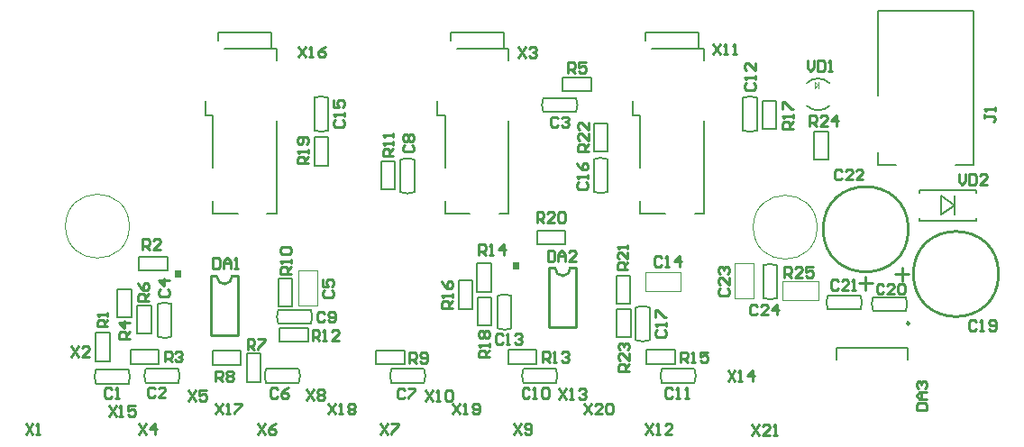
<source format=gto>
G04 Layer_Color=65535*
%FSLAX24Y24*%
%MOIN*%
G70*
G01*
G75*
%ADD10C,0.0079*%
%ADD39C,0.0039*%
%ADD40C,0.0070*%
%ADD41C,0.0100*%
%ADD42C,0.0098*%
%ADD43C,0.0071*%
%ADD44C,0.0050*%
G36*
X26439Y36677D02*
X26189D01*
Y36927D01*
X26439D01*
Y36677D01*
D02*
G37*
G36*
X38949Y36982D02*
X38699D01*
Y37232D01*
X38949D01*
Y36982D01*
D02*
G37*
D10*
X50679Y34075D02*
X53317D01*
Y33642D02*
Y34075D01*
X50679Y33642D02*
Y34075D01*
X53740Y38770D02*
Y38878D01*
Y39803D02*
Y39911D01*
X55827Y38770D02*
Y38878D01*
Y39803D02*
Y39911D01*
X53740Y38770D02*
X55827D01*
X53740Y39911D02*
X55827D01*
X36624Y45138D02*
X38553D01*
X35915Y42657D02*
X36191D01*
Y40748D02*
Y42657D01*
Y39035D02*
Y39488D01*
Y39035D02*
X37116D01*
X38553Y44685D02*
Y45138D01*
Y39035D02*
Y42480D01*
X38199Y39035D02*
X38553D01*
X35915Y42657D02*
Y43189D01*
X38356Y45138D02*
Y45728D01*
X36388D02*
X38356D01*
X36388Y45433D02*
Y45728D01*
X43848Y45138D02*
X45778D01*
X43140Y42657D02*
X43415D01*
Y40748D02*
Y42657D01*
Y39035D02*
Y39488D01*
Y39035D02*
X44341D01*
X45778Y44685D02*
Y45138D01*
Y39035D02*
Y42480D01*
X45423Y39035D02*
X45778D01*
X43140Y42657D02*
Y43189D01*
X45581Y45138D02*
Y45728D01*
X43612D02*
X45581D01*
X43612Y45433D02*
Y45728D01*
X28031Y45138D02*
X29961D01*
X27323Y42657D02*
X27598D01*
Y40748D02*
Y42657D01*
Y39035D02*
Y39488D01*
Y39035D02*
X28524D01*
X29961Y44685D02*
Y45138D01*
Y39035D02*
Y42480D01*
X29606Y39035D02*
X29961D01*
X27323Y42657D02*
Y43189D01*
X29764Y45138D02*
Y45728D01*
X27795D02*
X29764D01*
X27795Y45433D02*
Y45728D01*
D39*
X24520Y38569D02*
G03*
X24520Y38569I-1181J0D01*
G01*
X49953Y38530D02*
G03*
X49953Y38530I-1181J0D01*
G01*
X31486Y35620D02*
Y36919D01*
X30778Y35620D02*
Y36919D01*
X31486D01*
X30778Y35620D02*
X31486D01*
X43593Y36880D02*
X44892D01*
X43593Y36171D02*
X44892D01*
X43593D02*
Y36880D01*
X44892Y36171D02*
Y36880D01*
X48673Y35831D02*
X49988D01*
X48673Y36532D02*
X49988D01*
X48673Y35831D02*
Y36532D01*
X49988Y35831D02*
Y36532D01*
X50020Y43681D02*
Y43917D01*
X49862Y43681D02*
Y43917D01*
X49980Y43799D01*
X49862Y43681D02*
X49980Y43799D01*
X46890Y37205D02*
X47598D01*
X46890Y35906D02*
X47598D01*
Y37205D01*
X46890Y35906D02*
Y37205D01*
D40*
X23285Y33258D02*
G03*
X23284Y32747I608J-256D01*
G01*
X24492D02*
G03*
X24492Y33258I-609J255D01*
G01*
X26331Y32776D02*
G03*
X26332Y33286I-608J256D01*
G01*
X25124D02*
G03*
X25125Y32776I609J-255D01*
G01*
X41036Y42795D02*
G03*
X41037Y43306I-608J256D01*
G01*
X39829D02*
G03*
X39829Y42795I609J-255D01*
G01*
X26083Y35692D02*
G03*
X25572Y35692I-256J-608D01*
G01*
Y34484D02*
G03*
X26083Y34485I255J609D01*
G01*
X30780Y32776D02*
G03*
X30781Y33286I-608J256D01*
G01*
X29573D02*
G03*
X29573Y32776I609J-255D01*
G01*
X35416D02*
G03*
X35417Y33286I-608J256D01*
G01*
X34209D02*
G03*
X34209Y32776I609J-255D01*
G01*
X35059Y41036D02*
G03*
X34548Y41037I-256J-608D01*
G01*
Y39829D02*
G03*
X35059Y39829I255J609D01*
G01*
X30027Y35472D02*
G03*
X30026Y34962I608J-256D01*
G01*
X31234D02*
G03*
X31234Y35472I-609J255D01*
G01*
X40298Y32776D02*
G03*
X40298Y33286I-608J256D01*
G01*
X39091D02*
G03*
X39091Y32776I609J-255D01*
G01*
X45416D02*
G03*
X45417Y33286I-608J256D01*
G01*
X44209D02*
G03*
X44209Y32776I609J-255D01*
G01*
X47215Y42113D02*
G03*
X47725Y42113I256J608D01*
G01*
Y43321D02*
G03*
X47215Y43320I-255J-609D01*
G01*
X38651Y35997D02*
G03*
X38141Y35997I-256J-608D01*
G01*
Y34789D02*
G03*
X38651Y34790I255J609D01*
G01*
X31870Y43320D02*
G03*
X31359Y43320I-256J-608D01*
G01*
Y42112D02*
G03*
X31870Y42113I255J609D01*
G01*
X42205Y41046D02*
G03*
X41694Y41046I-256J-608D01*
G01*
Y39839D02*
G03*
X42205Y39839I255J609D01*
G01*
X43760Y35564D02*
G03*
X43249Y35564I-256J-608D01*
G01*
Y34356D02*
G03*
X43760Y34357I255J609D01*
G01*
X52025Y35945D02*
G03*
X52024Y35434I608J-256D01*
G01*
X53232D02*
G03*
X53232Y35945I-609J255D01*
G01*
X51558Y35492D02*
G03*
X51558Y36003I-608J256D01*
G01*
X50350D02*
G03*
X50351Y35492I609J-255D01*
G01*
X48464Y37119D02*
G03*
X47954Y37119I-256J-608D01*
G01*
Y35912D02*
G03*
X48464Y35912I255J609D01*
G01*
X23288Y32747D02*
X24488D01*
X23287Y33258D02*
X24488D01*
X25128Y33286D02*
X26328D01*
X25128Y32776D02*
X26329D01*
X39833Y43306D02*
X41033D01*
X39833Y42795D02*
X41033D01*
X25572Y34488D02*
Y35688D01*
X26083Y34488D02*
Y35689D01*
X29577Y33286D02*
X30777D01*
X29577Y32776D02*
X30778D01*
X34213Y33286D02*
X35413D01*
X34213Y32776D02*
X35413D01*
X34548Y39833D02*
Y41033D01*
X35059Y39833D02*
Y41033D01*
X30030Y34962D02*
X31230D01*
X30030Y35472D02*
X31230D01*
X39095Y33286D02*
X40295D01*
X39094Y32776D02*
X40295D01*
X44213Y33286D02*
X45413D01*
X44213Y32776D02*
X45413D01*
X47725Y42117D02*
Y43317D01*
X47215Y42116D02*
Y43317D01*
X38141Y34793D02*
Y35993D01*
X38652Y34793D02*
Y35994D01*
X31359Y42116D02*
Y43316D01*
X31870Y42116D02*
Y43317D01*
X41694Y39843D02*
Y41043D01*
X42205Y39843D02*
Y41043D01*
X43249Y34360D02*
Y35560D01*
X43760Y34360D02*
Y35561D01*
X52028Y35434D02*
X53228D01*
X52028Y35945D02*
X53228D01*
X50354Y36003D02*
X51554D01*
X50354Y35492D02*
X51555D01*
X47954Y35915D02*
Y37115D01*
X48465Y35915D02*
Y37116D01*
X23278Y33583D02*
X23789D01*
X23278Y34626D02*
X23789D01*
Y33583D02*
Y34626D01*
X23278Y33583D02*
Y34626D01*
X24882Y36919D02*
Y37431D01*
X25925Y36919D02*
Y37431D01*
X24882Y36919D02*
X25925D01*
X24882Y37431D02*
X25925D01*
X25610Y33474D02*
Y33986D01*
X24567Y33474D02*
Y33986D01*
X25610D01*
X24567Y33474D02*
X25610D01*
X24085Y36240D02*
X24596D01*
X24085Y35197D02*
X24596D01*
X24085D02*
Y36240D01*
X24596Y35197D02*
Y36240D01*
X41594Y43553D02*
Y44065D01*
X40551Y43553D02*
Y44065D01*
X41594D01*
X40551Y43553D02*
X41594D01*
X24813Y35630D02*
X25325D01*
X24813Y34587D02*
X25325D01*
X24813D02*
Y35630D01*
X25325Y34587D02*
Y35630D01*
X28858Y32815D02*
X29370D01*
X28858Y33858D02*
X29370D01*
Y32815D02*
Y33858D01*
X28858Y32815D02*
Y33858D01*
X28632Y33445D02*
Y33957D01*
X27589Y33445D02*
Y33957D01*
X28632D01*
X27589Y33445D02*
X28632D01*
X34695Y33465D02*
Y33976D01*
X33652Y33465D02*
Y33976D01*
X34695D01*
X33652Y33465D02*
X34695D01*
X30030Y36644D02*
X30541D01*
X30030Y35600D02*
X30541D01*
X30030D02*
Y36644D01*
X30541Y35600D02*
Y36644D01*
X33839Y39941D02*
X34350D01*
X33839Y40984D02*
X34350D01*
Y39941D02*
Y40984D01*
X33839Y39941D02*
Y40984D01*
X30079Y34291D02*
Y34803D01*
X31122Y34291D02*
Y34803D01*
X30079Y34291D02*
X31122D01*
X30079Y34803D02*
X31122D01*
X39577Y33474D02*
Y33986D01*
X38533Y33474D02*
Y33986D01*
X39577D01*
X38533Y33474D02*
X39577D01*
X37382Y36142D02*
X37894D01*
X37382Y37185D02*
X37894D01*
Y36142D02*
Y37185D01*
X37382Y36142D02*
Y37185D01*
X44695Y33474D02*
Y33986D01*
X43652Y33474D02*
Y33986D01*
X44695D01*
X43652Y33474D02*
X44695D01*
X36693Y36555D02*
X37205D01*
X36693Y35512D02*
X37205D01*
X36693D02*
Y36555D01*
X37205Y35512D02*
Y36555D01*
X47923Y43209D02*
X48435D01*
X47923Y42165D02*
X48435D01*
X47923D02*
Y43209D01*
X48435Y42165D02*
Y43209D01*
X37392Y35945D02*
X37904D01*
X37392Y34902D02*
X37904D01*
X37392D02*
Y35945D01*
X37904Y34902D02*
Y35945D01*
X31358Y41860D02*
X31870D01*
X31358Y40817D02*
X31870D01*
X31358D02*
Y41860D01*
X31870Y40817D02*
Y41860D01*
X39596Y37894D02*
Y38406D01*
X40640Y37894D02*
Y38406D01*
X39596Y37894D02*
X40640D01*
X39596Y38406D02*
X40640D01*
X42539Y36742D02*
X43051D01*
X42539Y35699D02*
X43051D01*
X42539D02*
Y36742D01*
X43051Y35699D02*
Y36742D01*
X41693Y42362D02*
X42205D01*
X41693Y41319D02*
X42205D01*
X41693D02*
Y42362D01*
X42205Y41319D02*
Y42362D01*
X42549Y35512D02*
X43061D01*
X42549Y34469D02*
X43061D01*
X42549D02*
Y35512D01*
X43061Y34469D02*
Y35512D01*
X49852Y41033D02*
X50364D01*
X49852Y42077D02*
X50364D01*
Y41033D02*
Y42077D01*
X49852Y41033D02*
Y42077D01*
D41*
X56663Y36801D02*
G03*
X56663Y36801I-1575J0D01*
G01*
X53327Y38455D02*
G03*
X53327Y38455I-1575J0D01*
G01*
X27758Y36707D02*
G03*
X28316Y36726I280J0D01*
G01*
X40268Y37012D02*
G03*
X40826Y37031I280J0D01*
G01*
X53089Y36551D02*
Y37051D01*
X52839Y36801D02*
X53339D01*
X51502Y36455D02*
X52002D01*
X51752Y36205D02*
Y36705D01*
X27539Y36727D02*
X27739D01*
X28339D02*
X28539D01*
X27539Y34527D02*
X28539D01*
X27539D02*
Y36727D01*
X28539Y34527D02*
Y36727D01*
X40049Y37032D02*
X40249D01*
X40849D02*
X41049D01*
X40049Y34832D02*
X41049D01*
X40049D02*
Y37032D01*
X41049Y34832D02*
Y37032D01*
X56142Y42713D02*
Y42582D01*
Y42648D01*
X56470D01*
X56535Y42582D01*
Y42516D01*
X56470Y42451D01*
X56535Y42844D02*
Y42976D01*
Y42910D01*
X56142D01*
X56207Y42844D01*
X47539Y31240D02*
X47802Y30846D01*
Y31240D02*
X47539Y30846D01*
X48195D02*
X47933D01*
X48195Y31109D01*
Y31174D01*
X48130Y31240D01*
X47999D01*
X47933Y31174D01*
X48327Y30846D02*
X48458D01*
X48392D01*
Y31240D01*
X48327Y31174D01*
X41339Y32013D02*
X41601Y31620D01*
Y32013D02*
X41339Y31620D01*
X41995D02*
X41732D01*
X41995Y31882D01*
Y31948D01*
X41929Y32013D01*
X41798D01*
X41732Y31948D01*
X42126D02*
X42191Y32013D01*
X42323D01*
X42388Y31948D01*
Y31685D01*
X42323Y31620D01*
X42191D01*
X42126Y31685D01*
Y31948D01*
X36476Y32013D02*
X36739Y31620D01*
Y32013D02*
X36476Y31620D01*
X36870D02*
X37001D01*
X36936D01*
Y32013D01*
X36870Y31948D01*
X37198Y31685D02*
X37264Y31620D01*
X37395D01*
X37460Y31685D01*
Y31948D01*
X37395Y32013D01*
X37264D01*
X37198Y31948D01*
Y31882D01*
X37264Y31816D01*
X37460D01*
X31870Y32013D02*
X32132Y31620D01*
Y32013D02*
X31870Y31620D01*
X32264D02*
X32395D01*
X32329D01*
Y32013D01*
X32264Y31948D01*
X32592D02*
X32657Y32013D01*
X32788D01*
X32854Y31948D01*
Y31882D01*
X32788Y31816D01*
X32854Y31751D01*
Y31685D01*
X32788Y31620D01*
X32657D01*
X32592Y31685D01*
Y31751D01*
X32657Y31816D01*
X32592Y31882D01*
Y31948D01*
X32657Y31816D02*
X32788D01*
X27698Y32013D02*
X27960Y31620D01*
Y32013D02*
X27698Y31620D01*
X28091D02*
X28223D01*
X28157D01*
Y32013D01*
X28091Y31948D01*
X28419Y32013D02*
X28682D01*
Y31948D01*
X28419Y31685D01*
Y31620D01*
X30778Y45216D02*
X31040Y44823D01*
Y45216D02*
X30778Y44823D01*
X31171D02*
X31302D01*
X31237D01*
Y45216D01*
X31171Y45151D01*
X31761Y45216D02*
X31630Y45151D01*
X31499Y45020D01*
Y44888D01*
X31565Y44823D01*
X31696D01*
X31761Y44888D01*
Y44954D01*
X31696Y45020D01*
X31499D01*
X23760Y31929D02*
X24022Y31535D01*
Y31929D02*
X23760Y31535D01*
X24153D02*
X24285D01*
X24219D01*
Y31929D01*
X24153Y31863D01*
X24744Y31929D02*
X24481D01*
Y31732D01*
X24613Y31798D01*
X24678D01*
X24744Y31732D01*
Y31601D01*
X24678Y31535D01*
X24547D01*
X24481Y31601D01*
X46654Y33228D02*
X46916Y32835D01*
Y33228D02*
X46654Y32835D01*
X47047D02*
X47178D01*
X47113D01*
Y33228D01*
X47047Y33163D01*
X47572Y32835D02*
Y33228D01*
X47375Y33031D01*
X47637D01*
X40413Y32569D02*
X40676Y32175D01*
Y32569D02*
X40413Y32175D01*
X40807D02*
X40938D01*
X40873D01*
Y32569D01*
X40807Y32503D01*
X41135D02*
X41201Y32569D01*
X41332D01*
X41397Y32503D01*
Y32438D01*
X41332Y32372D01*
X41266D01*
X41332D01*
X41397Y32306D01*
Y32241D01*
X41332Y32175D01*
X41201D01*
X41135Y32241D01*
X43602Y31270D02*
X43865Y30876D01*
Y31270D02*
X43602Y30876D01*
X43996D02*
X44127D01*
X44062D01*
Y31270D01*
X43996Y31204D01*
X44586Y30876D02*
X44324D01*
X44586Y31138D01*
Y31204D01*
X44521Y31270D01*
X44390D01*
X44324Y31204D01*
X46112Y45315D02*
X46375Y44921D01*
Y45315D02*
X46112Y44921D01*
X46506D02*
X46637D01*
X46571D01*
Y45315D01*
X46506Y45249D01*
X46834Y44921D02*
X46965D01*
X46899D01*
Y45315D01*
X46834Y45249D01*
X35482Y32510D02*
X35745Y32116D01*
Y32510D02*
X35482Y32116D01*
X35876D02*
X36007D01*
X35941D01*
Y32510D01*
X35876Y32444D01*
X36204D02*
X36269Y32510D01*
X36401D01*
X36466Y32444D01*
Y32182D01*
X36401Y32116D01*
X36269D01*
X36204Y32182D01*
Y32444D01*
X38730Y31270D02*
X38993Y30876D01*
Y31270D02*
X38730Y30876D01*
X39124Y30942D02*
X39189Y30876D01*
X39321D01*
X39386Y30942D01*
Y31204D01*
X39321Y31270D01*
X39189D01*
X39124Y31204D01*
Y31138D01*
X39189Y31073D01*
X39386D01*
X31073Y32529D02*
X31335Y32136D01*
Y32529D02*
X31073Y32136D01*
X31466Y32464D02*
X31532Y32529D01*
X31663D01*
X31729Y32464D01*
Y32398D01*
X31663Y32333D01*
X31729Y32267D01*
Y32201D01*
X31663Y32136D01*
X31532D01*
X31466Y32201D01*
Y32267D01*
X31532Y32333D01*
X31466Y32398D01*
Y32464D01*
X31532Y32333D02*
X31663D01*
X33809Y31270D02*
X34071Y30876D01*
Y31270D02*
X33809Y30876D01*
X34203Y31270D02*
X34465D01*
Y31204D01*
X34203Y30942D01*
Y30876D01*
X29272Y31270D02*
X29534Y30876D01*
Y31270D02*
X29272Y30876D01*
X29928Y31270D02*
X29796Y31204D01*
X29665Y31073D01*
Y30942D01*
X29731Y30876D01*
X29862D01*
X29928Y30942D01*
Y31007D01*
X29862Y31073D01*
X29665D01*
X26713Y32490D02*
X26975Y32096D01*
Y32490D02*
X26713Y32096D01*
X27369Y32490D02*
X27106D01*
Y32293D01*
X27237Y32359D01*
X27303D01*
X27369Y32293D01*
Y32162D01*
X27303Y32096D01*
X27172D01*
X27106Y32162D01*
X24882Y31270D02*
X25144Y30876D01*
Y31270D02*
X24882Y30876D01*
X25472D02*
Y31270D01*
X25275Y31073D01*
X25538D01*
X38907Y45197D02*
X39170Y44803D01*
Y45197D02*
X38907Y44803D01*
X39301Y45131D02*
X39367Y45197D01*
X39498D01*
X39563Y45131D01*
Y45066D01*
X39498Y45000D01*
X39432D01*
X39498D01*
X39563Y44934D01*
Y44869D01*
X39498Y44803D01*
X39367D01*
X39301Y44869D01*
X22382Y34124D02*
X22644Y33730D01*
Y34124D02*
X22382Y33730D01*
X23038D02*
X22775D01*
X23038Y33993D01*
Y34058D01*
X22972Y34124D01*
X22841D01*
X22775Y34058D01*
X20689Y31270D02*
X20951Y30876D01*
Y31270D02*
X20689Y30876D01*
X21083D02*
X21214D01*
X21148D01*
Y31270D01*
X21083Y31204D01*
X55187Y40512D02*
Y40249D01*
X55318Y40118D01*
X55449Y40249D01*
Y40512D01*
X55581D02*
Y40118D01*
X55777D01*
X55843Y40184D01*
Y40446D01*
X55777Y40512D01*
X55581D01*
X56237Y40118D02*
X55974D01*
X56237Y40380D01*
Y40446D01*
X56171Y40512D01*
X56040D01*
X55974Y40446D01*
X49587Y44695D02*
Y44432D01*
X49718Y44301D01*
X49849Y44432D01*
Y44695D01*
X49980D02*
Y44301D01*
X50177D01*
X50243Y44367D01*
Y44629D01*
X50177Y44695D01*
X49980D01*
X50374Y44301D02*
X50505D01*
X50439D01*
Y44695D01*
X50374Y44629D01*
X48750Y36663D02*
Y37057D01*
X48947D01*
X49012Y36991D01*
Y36860D01*
X48947Y36795D01*
X48750D01*
X48881D02*
X49012Y36663D01*
X49406D02*
X49144D01*
X49406Y36926D01*
Y36991D01*
X49340Y37057D01*
X49209D01*
X49144Y36991D01*
X49800Y37057D02*
X49537D01*
Y36860D01*
X49668Y36926D01*
X49734D01*
X49800Y36860D01*
Y36729D01*
X49734Y36663D01*
X49603D01*
X49537Y36729D01*
X49675Y42274D02*
Y42667D01*
X49872D01*
X49938Y42602D01*
Y42470D01*
X49872Y42405D01*
X49675D01*
X49806D02*
X49938Y42274D01*
X50331D02*
X50069D01*
X50331Y42536D01*
Y42602D01*
X50266Y42667D01*
X50134D01*
X50069Y42602D01*
X50659Y42274D02*
Y42667D01*
X50462Y42470D01*
X50725D01*
X42992Y33199D02*
X42599D01*
Y33396D01*
X42664Y33461D01*
X42795D01*
X42861Y33396D01*
Y33199D01*
Y33330D02*
X42992Y33461D01*
Y33855D02*
Y33592D01*
X42730Y33855D01*
X42664D01*
X42599Y33789D01*
Y33658D01*
X42664Y33592D01*
Y33986D02*
X42599Y34052D01*
Y34183D01*
X42664Y34248D01*
X42730D01*
X42795Y34183D01*
Y34117D01*
Y34183D01*
X42861Y34248D01*
X42927D01*
X42992Y34183D01*
Y34052D01*
X42927Y33986D01*
X41496Y41348D02*
X41102D01*
Y41545D01*
X41168Y41611D01*
X41299D01*
X41365Y41545D01*
Y41348D01*
Y41480D02*
X41496Y41611D01*
Y42004D02*
Y41742D01*
X41234Y42004D01*
X41168D01*
X41102Y41939D01*
Y41808D01*
X41168Y41742D01*
X41496Y42398D02*
Y42136D01*
X41234Y42398D01*
X41168D01*
X41102Y42332D01*
Y42201D01*
X41168Y42136D01*
X42953Y36959D02*
X42559D01*
Y37155D01*
X42625Y37221D01*
X42756D01*
X42822Y37155D01*
Y36959D01*
Y37090D02*
X42953Y37221D01*
Y37615D02*
Y37352D01*
X42690Y37615D01*
X42625D01*
X42559Y37549D01*
Y37418D01*
X42625Y37352D01*
X42953Y37746D02*
Y37877D01*
Y37811D01*
X42559D01*
X42625Y37746D01*
X39587Y38711D02*
Y39104D01*
X39783D01*
X39849Y39039D01*
Y38907D01*
X39783Y38842D01*
X39587D01*
X39718D02*
X39849Y38711D01*
X40243D02*
X39980D01*
X40243Y38973D01*
Y39039D01*
X40177Y39104D01*
X40046D01*
X39980Y39039D01*
X40374D02*
X40439Y39104D01*
X40571D01*
X40636Y39039D01*
Y38776D01*
X40571Y38711D01*
X40439D01*
X40374Y38776D01*
Y39039D01*
X31122Y40886D02*
X30728D01*
Y41083D01*
X30794Y41148D01*
X30925D01*
X30991Y41083D01*
Y40886D01*
Y41017D02*
X31122Y41148D01*
Y41279D02*
Y41411D01*
Y41345D01*
X30728D01*
X30794Y41279D01*
X31056Y41607D02*
X31122Y41673D01*
Y41804D01*
X31056Y41870D01*
X30794D01*
X30728Y41804D01*
Y41673D01*
X30794Y41607D01*
X30860D01*
X30925Y41673D01*
Y41870D01*
X37835Y33720D02*
X37441D01*
Y33917D01*
X37507Y33983D01*
X37638D01*
X37703Y33917D01*
Y33720D01*
Y33852D02*
X37835Y33983D01*
Y34114D02*
Y34245D01*
Y34180D01*
X37441D01*
X37507Y34114D01*
Y34442D02*
X37441Y34508D01*
Y34639D01*
X37507Y34704D01*
X37572D01*
X37638Y34639D01*
X37703Y34704D01*
X37769D01*
X37835Y34639D01*
Y34508D01*
X37769Y34442D01*
X37703D01*
X37638Y34508D01*
X37572Y34442D01*
X37507D01*
X37638Y34508D02*
Y34639D01*
X49075Y42175D02*
X48681D01*
Y42372D01*
X48747Y42438D01*
X48878D01*
X48944Y42372D01*
Y42175D01*
Y42306D02*
X49075Y42438D01*
Y42569D02*
Y42700D01*
Y42634D01*
X48681D01*
X48747Y42569D01*
X48681Y42897D02*
Y43159D01*
X48747D01*
X49009Y42897D01*
X49075D01*
X36467Y35541D02*
X36073D01*
Y35738D01*
X36139Y35804D01*
X36270D01*
X36335Y35738D01*
Y35541D01*
Y35673D02*
X36467Y35804D01*
Y35935D02*
Y36066D01*
Y36001D01*
X36073D01*
X36139Y35935D01*
X36073Y36525D02*
X36139Y36394D01*
X36270Y36263D01*
X36401D01*
X36467Y36328D01*
Y36460D01*
X36401Y36525D01*
X36335D01*
X36270Y36460D01*
Y36263D01*
X44911Y33524D02*
Y33917D01*
X45108D01*
X45174Y33852D01*
Y33720D01*
X45108Y33655D01*
X44911D01*
X45043D02*
X45174Y33524D01*
X45305D02*
X45436D01*
X45371D01*
Y33917D01*
X45305Y33852D01*
X45895Y33917D02*
X45633D01*
Y33720D01*
X45764Y33786D01*
X45830D01*
X45895Y33720D01*
Y33589D01*
X45830Y33524D01*
X45699D01*
X45633Y33589D01*
X37443Y37518D02*
Y37912D01*
X37640D01*
X37705Y37846D01*
Y37715D01*
X37640Y37650D01*
X37443D01*
X37574D02*
X37705Y37518D01*
X37836D02*
X37968D01*
X37902D01*
Y37912D01*
X37836Y37846D01*
X38361Y37518D02*
Y37912D01*
X38164Y37715D01*
X38427D01*
X39793Y33533D02*
Y33927D01*
X39990D01*
X40056Y33861D01*
Y33730D01*
X39990Y33665D01*
X39793D01*
X39924D02*
X40056Y33533D01*
X40187D02*
X40318D01*
X40252D01*
Y33927D01*
X40187Y33861D01*
X40515D02*
X40580Y33927D01*
X40712D01*
X40777Y33861D01*
Y33796D01*
X40712Y33730D01*
X40646D01*
X40712D01*
X40777Y33665D01*
Y33599D01*
X40712Y33533D01*
X40580D01*
X40515Y33599D01*
X31289Y34341D02*
Y34734D01*
X31486D01*
X31552Y34669D01*
Y34537D01*
X31486Y34472D01*
X31289D01*
X31421D02*
X31552Y34341D01*
X31683D02*
X31814D01*
X31749D01*
Y34734D01*
X31683Y34669D01*
X32273Y34341D02*
X32011D01*
X32273Y34603D01*
Y34669D01*
X32208Y34734D01*
X32077D01*
X32011Y34669D01*
X34281Y41161D02*
X33888D01*
Y41358D01*
X33954Y41424D01*
X34085D01*
X34150Y41358D01*
Y41161D01*
Y41293D02*
X34281Y41424D01*
Y41555D02*
Y41686D01*
Y41621D01*
X33888D01*
X33954Y41555D01*
X34281Y41883D02*
Y42014D01*
Y41949D01*
X33888D01*
X33954Y41883D01*
X30492Y36801D02*
X30099D01*
Y36998D01*
X30164Y37064D01*
X30295D01*
X30361Y36998D01*
Y36801D01*
Y36932D02*
X30492Y37064D01*
Y37195D02*
Y37326D01*
Y37260D01*
X30099D01*
X30164Y37195D01*
Y37523D02*
X30099Y37588D01*
Y37720D01*
X30164Y37785D01*
X30427D01*
X30492Y37720D01*
Y37588D01*
X30427Y37523D01*
X30164D01*
X34872Y33504D02*
Y33898D01*
X35069D01*
X35134Y33832D01*
Y33701D01*
X35069Y33635D01*
X34872D01*
X35003D02*
X35134Y33504D01*
X35266Y33570D02*
X35331Y33504D01*
X35462D01*
X35528Y33570D01*
Y33832D01*
X35462Y33898D01*
X35331D01*
X35266Y33832D01*
Y33766D01*
X35331Y33701D01*
X35528D01*
X27717Y32825D02*
Y33218D01*
X27913D01*
X27979Y33153D01*
Y33022D01*
X27913Y32956D01*
X27717D01*
X27848D02*
X27979Y32825D01*
X28110Y33153D02*
X28176Y33218D01*
X28307D01*
X28372Y33153D01*
Y33087D01*
X28307Y33022D01*
X28372Y32956D01*
Y32890D01*
X28307Y32825D01*
X28176D01*
X28110Y32890D01*
Y32956D01*
X28176Y33022D01*
X28110Y33087D01*
Y33153D01*
X28176Y33022D02*
X28307D01*
X28888Y34006D02*
Y34399D01*
X29085D01*
X29150Y34334D01*
Y34203D01*
X29085Y34137D01*
X28888D01*
X29019D02*
X29150Y34006D01*
X29281Y34399D02*
X29544D01*
Y34334D01*
X29281Y34072D01*
Y34006D01*
X25246Y35817D02*
X24852D01*
Y36014D01*
X24918Y36079D01*
X25049D01*
X25115Y36014D01*
Y35817D01*
Y35948D02*
X25246Y36079D01*
X24852Y36473D02*
X24918Y36342D01*
X25049Y36210D01*
X25180D01*
X25246Y36276D01*
Y36407D01*
X25180Y36473D01*
X25115D01*
X25049Y36407D01*
Y36210D01*
X40748Y44232D02*
Y44626D01*
X40945D01*
X41010Y44560D01*
Y44429D01*
X40945Y44363D01*
X40748D01*
X40879D02*
X41010Y44232D01*
X41404Y44626D02*
X41142D01*
Y44429D01*
X41273Y44495D01*
X41338D01*
X41404Y44429D01*
Y44298D01*
X41338Y44232D01*
X41207D01*
X41142Y44298D01*
X24537Y34400D02*
X24144D01*
Y34596D01*
X24209Y34662D01*
X24341D01*
X24406Y34596D01*
Y34400D01*
Y34531D02*
X24537Y34662D01*
Y34990D02*
X24144D01*
X24341Y34793D01*
Y35056D01*
X25827Y33553D02*
Y33947D01*
X26024D01*
X26089Y33881D01*
Y33750D01*
X26024Y33684D01*
X25827D01*
X25958D02*
X26089Y33553D01*
X26220Y33881D02*
X26286Y33947D01*
X26417D01*
X26483Y33881D01*
Y33816D01*
X26417Y33750D01*
X26352D01*
X26417D01*
X26483Y33684D01*
Y33619D01*
X26417Y33553D01*
X26286D01*
X26220Y33619D01*
X25000Y37697D02*
Y38090D01*
X25197D01*
X25262Y38025D01*
Y37894D01*
X25197Y37828D01*
X25000D01*
X25131D02*
X25262Y37697D01*
X25656D02*
X25394D01*
X25656Y37959D01*
Y38025D01*
X25590Y38090D01*
X25459D01*
X25394Y38025D01*
X23720Y34852D02*
X23327D01*
Y35049D01*
X23392Y35115D01*
X23524D01*
X23589Y35049D01*
Y34852D01*
Y34984D02*
X23720Y35115D01*
Y35246D02*
Y35377D01*
Y35312D01*
X23327D01*
X23392Y35246D01*
X53622Y31772D02*
X54016D01*
Y31968D01*
X53950Y32034D01*
X53688D01*
X53622Y31968D01*
Y31772D01*
X54016Y32165D02*
X53753D01*
X53622Y32296D01*
X53753Y32428D01*
X54016D01*
X53819D01*
Y32165D01*
X53688Y32559D02*
X53622Y32624D01*
Y32756D01*
X53688Y32821D01*
X53753D01*
X53819Y32756D01*
Y32690D01*
Y32756D01*
X53885Y32821D01*
X53950D01*
X54016Y32756D01*
Y32624D01*
X53950Y32559D01*
X39990Y37657D02*
Y37264D01*
X40187D01*
X40253Y37329D01*
Y37592D01*
X40187Y37657D01*
X39990D01*
X40384Y37264D02*
Y37526D01*
X40515Y37657D01*
X40646Y37526D01*
Y37264D01*
Y37461D01*
X40384D01*
X41040Y37264D02*
X40777D01*
X41040Y37526D01*
Y37592D01*
X40974Y37657D01*
X40843D01*
X40777Y37592D01*
X27608Y37401D02*
Y37008D01*
X27805D01*
X27871Y37073D01*
Y37336D01*
X27805Y37401D01*
X27608D01*
X28002Y37008D02*
Y37270D01*
X28133Y37401D01*
X28264Y37270D01*
Y37008D01*
Y37205D01*
X28002D01*
X28395Y37008D02*
X28527D01*
X28461D01*
Y37401D01*
X28395Y37336D01*
X47743Y35613D02*
X47677Y35679D01*
X47546D01*
X47480Y35613D01*
Y35351D01*
X47546Y35285D01*
X47677D01*
X47743Y35351D01*
X48136Y35285D02*
X47874D01*
X48136Y35548D01*
Y35613D01*
X48071Y35679D01*
X47939D01*
X47874Y35613D01*
X48464Y35285D02*
Y35679D01*
X48267Y35482D01*
X48530D01*
X50863Y40613D02*
X50797Y40679D01*
X50666D01*
X50600Y40613D01*
Y40351D01*
X50666Y40285D01*
X50797D01*
X50863Y40351D01*
X51256Y40285D02*
X50994D01*
X51256Y40548D01*
Y40613D01*
X51191Y40679D01*
X51060D01*
X50994Y40613D01*
X51650Y40285D02*
X51388D01*
X51650Y40548D01*
Y40613D01*
X51584Y40679D01*
X51453D01*
X51388Y40613D01*
X50725Y36539D02*
X50659Y36604D01*
X50528D01*
X50463Y36539D01*
Y36276D01*
X50528Y36211D01*
X50659D01*
X50725Y36276D01*
X51119Y36211D02*
X50856D01*
X51119Y36473D01*
Y36539D01*
X51053Y36604D01*
X50922D01*
X50856Y36539D01*
X51250Y36211D02*
X51381D01*
X51315D01*
Y36604D01*
X51250Y36539D01*
X52418Y36381D02*
X52352Y36447D01*
X52221D01*
X52156Y36381D01*
Y36119D01*
X52221Y36053D01*
X52352D01*
X52418Y36119D01*
X52811Y36053D02*
X52549D01*
X52811Y36316D01*
Y36381D01*
X52746Y36447D01*
X52615D01*
X52549Y36381D01*
X52943D02*
X53008Y36447D01*
X53139D01*
X53205Y36381D01*
Y36119D01*
X53139Y36053D01*
X53008D01*
X52943Y36119D01*
Y36381D01*
X55833Y35033D02*
X55768Y35098D01*
X55636D01*
X55571Y35033D01*
Y34770D01*
X55636Y34705D01*
X55768D01*
X55833Y34770D01*
X55964Y34705D02*
X56096D01*
X56030D01*
Y35098D01*
X55964Y35033D01*
X56292Y34770D02*
X56358Y34705D01*
X56489D01*
X56555Y34770D01*
Y35033D01*
X56489Y35098D01*
X56358D01*
X56292Y35033D01*
Y34967D01*
X56358Y34902D01*
X56555D01*
X44042Y34741D02*
X43976Y34675D01*
Y34544D01*
X44042Y34478D01*
X44304D01*
X44370Y34544D01*
Y34675D01*
X44304Y34741D01*
X44370Y34872D02*
Y35003D01*
Y34938D01*
X43976D01*
X44042Y34872D01*
X43976Y35200D02*
Y35462D01*
X44042D01*
X44304Y35200D01*
X44370D01*
X41129Y40193D02*
X41063Y40128D01*
Y39997D01*
X41129Y39931D01*
X41391D01*
X41457Y39997D01*
Y40128D01*
X41391Y40193D01*
X41457Y40325D02*
Y40456D01*
Y40390D01*
X41063D01*
X41129Y40325D01*
X41063Y40915D02*
X41129Y40784D01*
X41260Y40653D01*
X41391D01*
X41457Y40718D01*
Y40849D01*
X41391Y40915D01*
X41325D01*
X41260Y40849D01*
Y40653D01*
X32133Y42506D02*
X32067Y42441D01*
Y42310D01*
X32133Y42244D01*
X32395D01*
X32461Y42310D01*
Y42441D01*
X32395Y42506D01*
X32461Y42638D02*
Y42769D01*
Y42703D01*
X32067D01*
X32133Y42638D01*
X32067Y43228D02*
Y42966D01*
X32264D01*
X32198Y43097D01*
Y43162D01*
X32264Y43228D01*
X32395D01*
X32461Y43162D01*
Y43031D01*
X32395Y42966D01*
X44209Y37405D02*
X44144Y37470D01*
X44012D01*
X43947Y37405D01*
Y37142D01*
X44012Y37077D01*
X44144D01*
X44209Y37142D01*
X44340Y37077D02*
X44472D01*
X44406D01*
Y37470D01*
X44340Y37405D01*
X44865Y37077D02*
Y37470D01*
X44668Y37274D01*
X44931D01*
X38323Y34521D02*
X38258Y34586D01*
X38127D01*
X38061Y34521D01*
Y34259D01*
X38127Y34193D01*
X38258D01*
X38323Y34259D01*
X38455Y34193D02*
X38586D01*
X38520D01*
Y34586D01*
X38455Y34521D01*
X38783D02*
X38848Y34586D01*
X38979D01*
X39045Y34521D01*
Y34455D01*
X38979Y34390D01*
X38914D01*
X38979D01*
X39045Y34324D01*
Y34259D01*
X38979Y34193D01*
X38848D01*
X38783Y34259D01*
X47330Y43865D02*
X47264Y43799D01*
Y43668D01*
X47330Y43602D01*
X47592D01*
X47657Y43668D01*
Y43799D01*
X47592Y43865D01*
X47657Y43996D02*
Y44127D01*
Y44062D01*
X47264D01*
X47330Y43996D01*
X47657Y44586D02*
Y44324D01*
X47395Y44586D01*
X47330D01*
X47264Y44521D01*
Y44390D01*
X47330Y44324D01*
X44613Y32543D02*
X44547Y32608D01*
X44416D01*
X44350Y32543D01*
Y32280D01*
X44416Y32215D01*
X44547D01*
X44613Y32280D01*
X44744Y32215D02*
X44875D01*
X44810D01*
Y32608D01*
X44744Y32543D01*
X45072Y32215D02*
X45203D01*
X45138D01*
Y32608D01*
X45072Y32543D01*
X39318Y32533D02*
X39252Y32598D01*
X39121D01*
X39055Y32533D01*
Y32270D01*
X39121Y32205D01*
X39252D01*
X39318Y32270D01*
X39449Y32205D02*
X39580D01*
X39514D01*
Y32598D01*
X39449Y32533D01*
X39777D02*
X39842Y32598D01*
X39973D01*
X40039Y32533D01*
Y32270D01*
X39973Y32205D01*
X39842D01*
X39777Y32270D01*
Y32533D01*
X31749Y35348D02*
X31683Y35413D01*
X31552D01*
X31486Y35348D01*
Y35085D01*
X31552Y35020D01*
X31683D01*
X31749Y35085D01*
X31880D02*
X31945Y35020D01*
X32077D01*
X32142Y35085D01*
Y35348D01*
X32077Y35413D01*
X31945D01*
X31880Y35348D01*
Y35282D01*
X31945Y35216D01*
X32142D01*
X34711Y41581D02*
X34646Y41516D01*
Y41384D01*
X34711Y41319D01*
X34974D01*
X35039Y41384D01*
Y41516D01*
X34974Y41581D01*
X34711Y41712D02*
X34646Y41778D01*
Y41909D01*
X34711Y41975D01*
X34777D01*
X34843Y41909D01*
X34908Y41975D01*
X34974D01*
X35039Y41909D01*
Y41778D01*
X34974Y41712D01*
X34908D01*
X34843Y41778D01*
X34777Y41712D01*
X34711D01*
X34843Y41778D02*
Y41909D01*
X34692Y32513D02*
X34626Y32579D01*
X34495D01*
X34429Y32513D01*
Y32251D01*
X34495Y32185D01*
X34626D01*
X34692Y32251D01*
X34823Y32579D02*
X35085D01*
Y32513D01*
X34823Y32251D01*
Y32185D01*
X29997Y32543D02*
X29931Y32608D01*
X29800D01*
X29734Y32543D01*
Y32280D01*
X29800Y32215D01*
X29931D01*
X29997Y32280D01*
X30390Y32608D02*
X30259Y32543D01*
X30128Y32411D01*
Y32280D01*
X30193Y32215D01*
X30325D01*
X30390Y32280D01*
Y32346D01*
X30325Y32411D01*
X30128D01*
X31749Y36197D02*
X31683Y36132D01*
Y36001D01*
X31749Y35935D01*
X32011D01*
X32077Y36001D01*
Y36132D01*
X32011Y36197D01*
X31683Y36591D02*
Y36329D01*
X31880D01*
X31814Y36460D01*
Y36525D01*
X31880Y36591D01*
X32011D01*
X32077Y36525D01*
Y36394D01*
X32011Y36329D01*
X25686Y36237D02*
X25620Y36171D01*
Y36040D01*
X25686Y35974D01*
X25948D01*
X26014Y36040D01*
Y36171D01*
X25948Y36237D01*
X26014Y36565D02*
X25620D01*
X25817Y36368D01*
Y36630D01*
X40380Y42552D02*
X40315Y42618D01*
X40184D01*
X40118Y42552D01*
Y42290D01*
X40184Y42224D01*
X40315D01*
X40380Y42290D01*
X40512Y42552D02*
X40577Y42618D01*
X40708D01*
X40774Y42552D01*
Y42487D01*
X40708Y42421D01*
X40643D01*
X40708D01*
X40774Y42356D01*
Y42290D01*
X40708Y42224D01*
X40577D01*
X40512Y42290D01*
X25459Y32552D02*
X25394Y32618D01*
X25262D01*
X25197Y32552D01*
Y32290D01*
X25262Y32224D01*
X25394D01*
X25459Y32290D01*
X25853Y32224D02*
X25590D01*
X25853Y32487D01*
Y32552D01*
X25787Y32618D01*
X25656D01*
X25590Y32552D01*
X23865Y32533D02*
X23799Y32598D01*
X23668D01*
X23602Y32533D01*
Y32270D01*
X23668Y32205D01*
X23799D01*
X23865Y32270D01*
X23996Y32205D02*
X24127D01*
X24062D01*
Y32598D01*
X23996Y32533D01*
X46375Y36276D02*
X46309Y36211D01*
Y36079D01*
X46375Y36014D01*
X46637D01*
X46703Y36079D01*
Y36211D01*
X46637Y36276D01*
X46703Y36670D02*
Y36407D01*
X46440Y36670D01*
X46375D01*
X46309Y36604D01*
Y36473D01*
X46375Y36407D01*
Y36801D02*
X46309Y36867D01*
Y36998D01*
X46375Y37063D01*
X46440D01*
X46506Y36998D01*
Y36932D01*
Y36998D01*
X46572Y37063D01*
X46637D01*
X46703Y36998D01*
Y36867D01*
X46637Y36801D01*
D42*
X53366Y34970D02*
G03*
X53366Y34970I-49J0D01*
G01*
D43*
X50410Y43862D02*
G03*
X49575Y43862I-418J-418D01*
G01*
Y43027D02*
G03*
X50410Y43027I418J418D01*
G01*
D44*
X52206Y40833D02*
X52876D01*
X52206D02*
Y41303D01*
X55076Y40833D02*
X55746D01*
X52205Y46535D02*
X55748D01*
X52205D02*
X52206Y43413D01*
X55746Y40833D02*
X55748Y46535D01*
X54533Y38991D02*
Y39691D01*
X55033Y38991D02*
Y39691D01*
X54533Y38991D02*
X55033Y39341D01*
X54533Y39691D02*
X55033Y39341D01*
M02*

</source>
